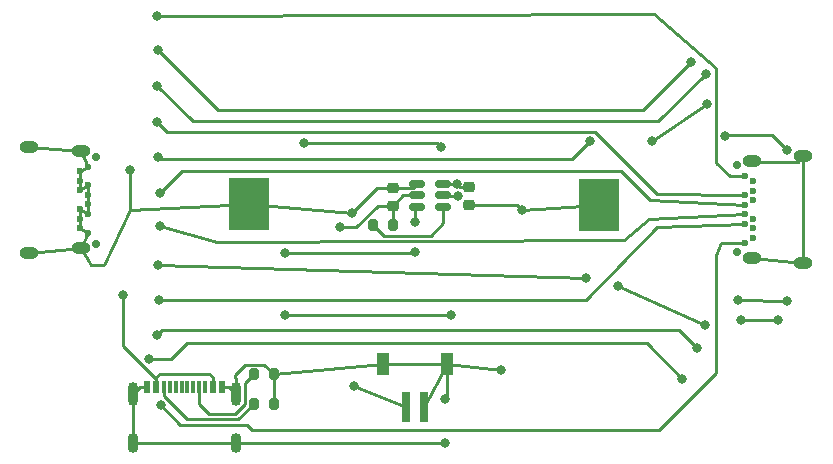
<source format=gbr>
%TF.GenerationSoftware,KiCad,Pcbnew,7.0.10*%
%TF.CreationDate,2024-02-08T12:53:37+00:00*%
%TF.ProjectId,USB-tester,5553422d-7465-4737-9465-722e6b696361,rev?*%
%TF.SameCoordinates,Original*%
%TF.FileFunction,Copper,L2,Bot*%
%TF.FilePolarity,Positive*%
%FSLAX46Y46*%
G04 Gerber Fmt 4.6, Leading zero omitted, Abs format (unit mm)*
G04 Created by KiCad (PCBNEW 7.0.10) date 2024-02-08 12:53:37*
%MOMM*%
%LPD*%
G01*
G04 APERTURE LIST*
G04 Aperture macros list*
%AMRoundRect*
0 Rectangle with rounded corners*
0 $1 Rounding radius*
0 $2 $3 $4 $5 $6 $7 $8 $9 X,Y pos of 4 corners*
0 Add a 4 corners polygon primitive as box body*
4,1,4,$2,$3,$4,$5,$6,$7,$8,$9,$2,$3,0*
0 Add four circle primitives for the rounded corners*
1,1,$1+$1,$2,$3*
1,1,$1+$1,$4,$5*
1,1,$1+$1,$6,$7*
1,1,$1+$1,$8,$9*
0 Add four rect primitives between the rounded corners*
20,1,$1+$1,$2,$3,$4,$5,0*
20,1,$1+$1,$4,$5,$6,$7,0*
20,1,$1+$1,$6,$7,$8,$9,0*
20,1,$1+$1,$8,$9,$2,$3,0*%
G04 Aperture macros list end*
%TA.AperFunction,SMDPad,CuDef*%
%ADD10RoundRect,0.200000X0.200000X0.275000X-0.200000X0.275000X-0.200000X-0.275000X0.200000X-0.275000X0*%
%TD*%
%TA.AperFunction,SMDPad,CuDef*%
%ADD11R,0.600000X1.140000*%
%TD*%
%TA.AperFunction,SMDPad,CuDef*%
%ADD12R,0.300000X1.140000*%
%TD*%
%TA.AperFunction,ComponentPad*%
%ADD13O,0.900000X2.000000*%
%TD*%
%TA.AperFunction,ComponentPad*%
%ADD14O,0.900000X1.700000*%
%TD*%
%TA.AperFunction,ComponentPad*%
%ADD15C,0.700000*%
%TD*%
%TA.AperFunction,ComponentPad*%
%ADD16O,1.600000X1.000000*%
%TD*%
%TA.AperFunction,ComponentPad*%
%ADD17C,0.600000*%
%TD*%
%TA.AperFunction,SMDPad,CuDef*%
%ADD18RoundRect,0.150000X-0.512500X-0.150000X0.512500X-0.150000X0.512500X0.150000X-0.512500X0.150000X0*%
%TD*%
%TA.AperFunction,SMDPad,CuDef*%
%ADD19R,3.500000X4.500000*%
%TD*%
%TA.AperFunction,SMDPad,CuDef*%
%ADD20RoundRect,0.225000X-0.250000X0.225000X-0.250000X-0.225000X0.250000X-0.225000X0.250000X0.225000X0*%
%TD*%
%TA.AperFunction,SMDPad,CuDef*%
%ADD21RoundRect,0.200000X-0.200000X-0.275000X0.200000X-0.275000X0.200000X0.275000X-0.200000X0.275000X0*%
%TD*%
%TA.AperFunction,SMDPad,CuDef*%
%ADD22R,0.700000X2.500000*%
%TD*%
%TA.AperFunction,SMDPad,CuDef*%
%ADD23R,1.100000X1.900000*%
%TD*%
%TA.AperFunction,ViaPad*%
%ADD24C,0.800000*%
%TD*%
%TA.AperFunction,Conductor*%
%ADD25C,0.250000*%
%TD*%
G04 APERTURE END LIST*
D10*
%TO.P,R30,1*%
%TO.N,BAT-*%
X154444200Y-117957600D03*
%TO.P,R30,2*%
%TO.N,Net-(J1-CC2)*%
X152794200Y-117957600D03*
%TD*%
%TO.P,R29,1*%
%TO.N,BAT-*%
X154444200Y-115447600D03*
%TO.P,R29,2*%
%TO.N,Net-(J1-CC1)*%
X152794200Y-115447600D03*
%TD*%
D11*
%TO.P,J1,A1_B12,GND*%
%TO.N,BAT-*%
X150088200Y-116535000D03*
%TO.P,J1,A4_B9,VBUS*%
%TO.N,+5V*%
X149288200Y-116535000D03*
D12*
%TO.P,J1,A5,CC1*%
%TO.N,Net-(J1-CC1)*%
X148138200Y-116535000D03*
%TO.P,J1,A6,DP1*%
%TO.N,unconnected-(J1-DP1-PadA6)*%
X147138200Y-116535000D03*
%TO.P,J1,A7,DN1*%
%TO.N,unconnected-(J1-DN1-PadA7)*%
X146638200Y-116535000D03*
%TO.P,J1,A8,SBU1*%
%TO.N,unconnected-(J1-SBU1-PadA8)*%
X145638200Y-116535000D03*
D11*
%TO.P,J1,B1_A12,GND*%
%TO.N,BAT-*%
X143688200Y-116535000D03*
%TO.P,J1,B4_A9,VBUS*%
%TO.N,+5V*%
X144488200Y-116535000D03*
D12*
%TO.P,J1,B5,CC2*%
%TO.N,Net-(J1-CC2)*%
X145138200Y-116535000D03*
%TO.P,J1,B6,DP2*%
%TO.N,unconnected-(J1-DP2-PadB6)*%
X146138200Y-116535000D03*
%TO.P,J1,B7,DN2*%
%TO.N,unconnected-(J1-DN2-PadB7)*%
X147638200Y-116535000D03*
%TO.P,J1,B8,SBU2*%
%TO.N,unconnected-(J1-SBU2-PadB8)*%
X148638200Y-116535000D03*
D13*
%TO.P,J1,S1,SHIELD*%
%TO.N,BAT-*%
X151213200Y-117115000D03*
%TO.P,J1,S2,SHIELD*%
X142563200Y-117115000D03*
D14*
%TO.P,J1,S3,SHIELD*%
X151213200Y-121285000D03*
%TO.P,J1,S4,SHIELD*%
X142563200Y-121285000D03*
%TD*%
D15*
%TO.P,USB1,*%
%TO.N,*%
X193655400Y-105123800D03*
X193655400Y-97773800D03*
D16*
%TO.P,USB1,1,EP*%
%TO.N,SHELL_A*%
X194905400Y-105653800D03*
%TO.P,USB1,2,EP*%
X199295400Y-106013800D03*
%TO.P,USB1,3,EP*%
X199295400Y-97033800D03*
%TO.P,USB1,4,EP*%
X194905400Y-97393800D03*
D17*
%TO.P,USB1,B1,GND*%
%TO.N,B1_A*%
X194305400Y-98723800D03*
%TO.P,USB1,B2,SSTXp2*%
%TO.N,B2_A*%
X195005400Y-99123800D03*
%TO.P,USB1,B3,SSTXn2*%
%TO.N,B3_A*%
X195005400Y-99923800D03*
%TO.P,USB1,B4,VBUS*%
%TO.N,B4_A*%
X194305400Y-100323800D03*
%TO.P,USB1,B5,CC2*%
%TO.N,B5_A*%
X195005400Y-100723800D03*
%TO.P,USB1,B6,DP2*%
%TO.N,B6_A*%
X194305400Y-101123800D03*
%TO.P,USB1,B7,DN2*%
%TO.N,B7_A*%
X194305400Y-101923800D03*
%TO.P,USB1,B8,SUB2*%
%TO.N,B8_A*%
X195005400Y-102323800D03*
%TO.P,USB1,B9,VBUS*%
%TO.N,B9_A*%
X194305400Y-102723800D03*
%TO.P,USB1,B10,SSRXn1*%
%TO.N,B10_A*%
X195005400Y-103123800D03*
%TO.P,USB1,B11,SSRXp1*%
%TO.N,B11_A*%
X195005400Y-103923800D03*
%TO.P,USB1,B12,GND*%
%TO.N,B12_A*%
X194305400Y-104323800D03*
%TD*%
D15*
%TO.P,USB2,*%
%TO.N,*%
X139389400Y-97085600D03*
X139389400Y-104435600D03*
D16*
%TO.P,USB2,1,EP*%
%TO.N,A10_B*%
X138139400Y-96555600D03*
%TO.P,USB2,2,EP*%
X133749400Y-96195600D03*
%TO.P,USB2,3,EP*%
X133749400Y-105175600D03*
%TO.P,USB2,4,EP*%
X138139400Y-104815600D03*
D17*
%TO.P,USB2,B1,GND*%
X138739400Y-103485600D03*
%TO.P,USB2,B2,SSTXp2*%
X138039400Y-103085600D03*
%TO.P,USB2,B3,SSTXn2*%
X138039400Y-102285600D03*
%TO.P,USB2,B4,VBUS*%
X138739400Y-101885600D03*
%TO.P,USB2,B5,CC2*%
X138039400Y-101485600D03*
%TO.P,USB2,B6,DP2*%
X138739400Y-101085600D03*
%TO.P,USB2,B7,DN2*%
X138739400Y-100285600D03*
%TO.P,USB2,B8,SUB2*%
X138039400Y-99885600D03*
%TO.P,USB2,B9,VBUS*%
X138739400Y-99485600D03*
%TO.P,USB2,B10,SSRXn1*%
X138039400Y-99085600D03*
%TO.P,USB2,B11,SSRXp1*%
X138039400Y-98285600D03*
%TO.P,USB2,B12,GND*%
X138739400Y-97885600D03*
%TD*%
D18*
%TO.P,U1,1,~{CHRG}*%
%TO.N,Net-(D1-K)*%
X166538858Y-101270600D03*
%TO.P,U1,2,GND*%
%TO.N,BAT-*%
X166538858Y-100320600D03*
%TO.P,U1,3,BAT*%
%TO.N,A10_B*%
X166538858Y-99370600D03*
%TO.P,U1,4,VCC*%
%TO.N,+5V*%
X168813858Y-99370600D03*
%TO.P,U1,5,~{STDBY}*%
%TO.N,Net-(D2-K)*%
X168813858Y-100320600D03*
%TO.P,U1,6,PROG*%
%TO.N,Net-(U1-PROG)*%
X168813858Y-101270600D03*
%TD*%
D19*
%TO.P,BT2,1,1*%
%TO.N,A10_B*%
X152357400Y-101047400D03*
%TO.P,BT2,2,2*%
%TO.N,BAT-*%
X181957400Y-101107400D03*
%TD*%
D20*
%TO.P,C2,1*%
%TO.N,+5V*%
X170955200Y-99592800D03*
%TO.P,C2,2*%
%TO.N,BAT-*%
X170955200Y-101142800D03*
%TD*%
D21*
%TO.P,R27,1*%
%TO.N,Net-(U1-PROG)*%
X162852600Y-102844600D03*
%TO.P,R27,2*%
%TO.N,BAT-*%
X164502600Y-102844600D03*
%TD*%
D22*
%TO.P,BAT1,1,1*%
%TO.N,A10_B*%
X165637800Y-118230200D03*
%TO.P,BAT1,2,2*%
%TO.N,BAT-*%
X167137800Y-118230200D03*
D23*
%TO.P,BAT1,S1,SHIELD*%
X163687800Y-114630200D03*
%TO.P,BAT1,S2,SHIELD*%
X169087800Y-114630200D03*
%TD*%
D20*
%TO.P,C1,1*%
%TO.N,A10_B*%
X164503600Y-99682000D03*
%TO.P,C1,2*%
%TO.N,BAT-*%
X164503600Y-101232000D03*
%TD*%
D24*
%TO.N,+5V*%
X157048200Y-95859600D03*
X169976800Y-99339400D03*
X168605200Y-96215200D03*
X141681200Y-108788200D03*
%TO.N,BAT-*%
X168960800Y-117576600D03*
X168986200Y-121310400D03*
%TO.N,A10_B*%
X161239200Y-116459000D03*
X161036000Y-101803200D03*
X142240000Y-98171000D03*
%TO.N,BAT-*%
X173685200Y-115138200D03*
X160045400Y-103022400D03*
X175463100Y-101600000D03*
%TO.N,B1_A*%
X144576800Y-85115400D03*
%TO.N,B2_A*%
X144627600Y-87985600D03*
X189763400Y-89001600D03*
%TO.N,B3_A*%
X144602200Y-91033600D03*
X191008000Y-90017600D03*
%TO.N,B4_A*%
X144602200Y-94132400D03*
%TO.N,B5_A*%
X186486800Y-95732600D03*
X191160400Y-92608400D03*
X197891400Y-96469200D03*
X144653000Y-97078800D03*
X181254400Y-95707200D03*
X192684400Y-95275400D03*
%TO.N,B6_A*%
X144780000Y-100152200D03*
%TO.N,B7_A*%
X144780000Y-102920800D03*
%TO.N,B8_A*%
X183591200Y-108000800D03*
X180924200Y-107315000D03*
X193776600Y-109220000D03*
X190982600Y-111328200D03*
X144678400Y-106197400D03*
X197942200Y-109270800D03*
%TO.N,B9_A*%
X144729200Y-109143800D03*
%TO.N,B10_A*%
X144576800Y-112115600D03*
X190322200Y-113233200D03*
X197129400Y-110845600D03*
X194005200Y-110896400D03*
%TO.N,B11_A*%
X143865600Y-114198400D03*
X189052200Y-115849400D03*
%TO.N,B12_A*%
X144881600Y-118110000D03*
%TO.N,Net-(D1-K)*%
X166446200Y-105105200D03*
X166446200Y-102616000D03*
X155397200Y-105232200D03*
%TO.N,Net-(D2-K)*%
X170082395Y-100364540D03*
X155422600Y-110439200D03*
X169418000Y-110464600D03*
%TD*%
D25*
%TO.N,B12_A*%
X194305400Y-104323800D02*
X192328800Y-104368600D01*
X192328800Y-104368600D02*
X191871600Y-105410000D01*
X191871600Y-115392200D02*
X187071000Y-120192800D01*
X191871600Y-105410000D02*
X191871600Y-115392200D01*
X187071000Y-120192800D02*
X152628600Y-120192800D01*
X152628600Y-120192800D02*
X152196800Y-119761000D01*
X152196800Y-119761000D02*
X146532600Y-119761000D01*
X146532600Y-119761000D02*
X144881600Y-118110000D01*
%TO.N,Net-(J1-CC2)*%
X152794200Y-117957600D02*
X151455200Y-119296600D01*
X151455200Y-119296600D02*
X147093505Y-119296600D01*
X147093505Y-119296600D02*
X145138200Y-117341295D01*
X145138200Y-117341295D02*
X145138200Y-116535000D01*
%TO.N,+5V*%
X170955200Y-99592800D02*
X170230200Y-99592800D01*
X170230200Y-99592800D02*
X169976800Y-99339400D01*
X157048200Y-95859600D02*
X168249600Y-95859600D01*
X168249600Y-95859600D02*
X168605200Y-96215200D01*
X169976800Y-99339400D02*
X168845058Y-99339400D01*
X168845058Y-99339400D02*
X168813858Y-99370600D01*
X141681200Y-113080800D02*
X141681200Y-108788200D01*
X144488200Y-115887800D02*
X141681200Y-113080800D01*
X144488200Y-116535000D02*
X144488200Y-115887800D01*
%TO.N,BAT-*%
X151213200Y-121285000D02*
X168960800Y-121285000D01*
X168960800Y-121285000D02*
X168986200Y-121310400D01*
X168960800Y-117576600D02*
X169087800Y-117449600D01*
X169087800Y-117449600D02*
X169087800Y-114630200D01*
X142563200Y-121285000D02*
X151213200Y-121285000D01*
X142563200Y-117115000D02*
X142563200Y-121285000D01*
X151213200Y-115805596D02*
X151206200Y-115798596D01*
X153644200Y-114647600D02*
X154444200Y-115447600D01*
X151213200Y-117115000D02*
X151213200Y-115805596D01*
X151206200Y-115798596D02*
X151206200Y-115493800D01*
X151206200Y-115493800D02*
X152052400Y-114647600D01*
X152052400Y-114647600D02*
X153644200Y-114647600D01*
X143688200Y-116535000D02*
X143143200Y-116535000D01*
X143143200Y-116535000D02*
X142563200Y-117115000D01*
X150088200Y-116535000D02*
X150633200Y-116535000D01*
X150633200Y-116535000D02*
X151213200Y-117115000D01*
%TO.N,+5V*%
X144488200Y-116535000D02*
X144488200Y-115715000D01*
X144488200Y-115715000D02*
X144785600Y-115417600D01*
X144785600Y-115417600D02*
X148990800Y-115417600D01*
X148990800Y-115417600D02*
X149288200Y-115715000D01*
X149288200Y-115715000D02*
X149288200Y-116535000D01*
%TO.N,B11_A*%
X143865600Y-114198400D02*
X145745200Y-114198400D01*
X147091400Y-112852200D02*
X186055000Y-112852200D01*
X145745200Y-114198400D02*
X147091400Y-112852200D01*
X186055000Y-112852200D02*
X189052200Y-115849400D01*
%TO.N,Net-(J1-CC1)*%
X151988200Y-117986016D02*
X151127616Y-118846600D01*
X151988200Y-116253600D02*
X151988200Y-117986016D01*
X151127616Y-118846600D02*
X148971000Y-118846600D01*
X148138200Y-118013800D02*
X148138200Y-116535000D01*
X152794200Y-115447600D02*
X151988200Y-116253600D01*
X148971000Y-118846600D02*
X148138200Y-118013800D01*
%TO.N,BAT-*%
X154444200Y-115447600D02*
X163687800Y-114630200D01*
X154444200Y-115447600D02*
X154444200Y-117957600D01*
%TO.N,A10_B*%
X165637800Y-118230200D02*
X161239200Y-116459000D01*
X133749400Y-105175600D02*
X138139400Y-104815600D01*
X138139400Y-96555600D02*
X138739400Y-97885600D01*
X138039400Y-101485600D02*
X138039400Y-103085600D01*
X161036000Y-101803200D02*
X152357400Y-101047400D01*
X138039400Y-99885600D02*
X138739400Y-99485600D01*
X138039400Y-103085600D02*
X138739400Y-103485600D01*
X142265400Y-101600000D02*
X140081000Y-106248200D01*
X152357400Y-101047400D02*
X142265400Y-101600000D01*
X142265400Y-101600000D02*
X142240000Y-98171000D01*
X133749400Y-96195600D02*
X138139400Y-96555600D01*
X163157200Y-99682000D02*
X164503600Y-99682000D01*
X166227458Y-99682000D02*
X166538858Y-99370600D01*
X140081000Y-106248200D02*
X138988800Y-106248200D01*
X164503600Y-99682000D02*
X166227458Y-99682000D01*
X138739400Y-103485600D02*
X138139400Y-104815600D01*
X138039400Y-98285600D02*
X138039400Y-99885600D01*
X138739400Y-99485600D02*
X138739400Y-101885600D01*
X138739400Y-97885600D02*
X138039400Y-98285600D01*
X138988800Y-106248200D02*
X138139400Y-104815600D01*
X161036000Y-101803200D02*
X163157200Y-99682000D01*
X138739400Y-101885600D02*
X138039400Y-101485600D01*
%TO.N,SHELL_A*%
X195022200Y-97510600D02*
X198818600Y-97510600D01*
X194905400Y-105653800D02*
X199295400Y-106013800D01*
X199295400Y-97033800D02*
X199295400Y-106013800D01*
X194905400Y-97393800D02*
X195022200Y-97510600D01*
X198818600Y-97510600D02*
X199295400Y-97033800D01*
%TO.N,BAT-*%
X163242196Y-101232000D02*
X161451796Y-103022400D01*
X163687800Y-114630200D02*
X169087800Y-114630200D01*
X164502600Y-102844600D02*
X164502600Y-101233000D01*
X167137800Y-118230200D02*
X169087800Y-114630200D01*
X181957400Y-101107400D02*
X175463100Y-101600000D01*
X164503600Y-101232000D02*
X163242196Y-101232000D01*
X164503600Y-101232000D02*
X165415000Y-100320600D01*
X175005900Y-101142800D02*
X175463100Y-101600000D01*
X164502600Y-101233000D02*
X164503600Y-101232000D01*
X161451796Y-103022400D02*
X160045400Y-103022400D01*
X165415000Y-100320600D02*
X166538858Y-100320600D01*
X170955200Y-101142800D02*
X175005900Y-101142800D01*
X169087800Y-114630200D02*
X173685200Y-115138200D01*
%TO.N,B1_A*%
X194305400Y-98723800D02*
X193059400Y-98723800D01*
X191897000Y-97561400D02*
X191897000Y-89560400D01*
X191897000Y-89560400D02*
X186664600Y-84937600D01*
X193059400Y-98723800D02*
X191897000Y-97561400D01*
X186664600Y-84937600D02*
X144576800Y-85115400D01*
%TO.N,B2_A*%
X149733000Y-93091000D02*
X144627600Y-87985600D01*
X185674000Y-93091000D02*
X149733000Y-93091000D01*
X189763400Y-89001600D02*
X185674000Y-93091000D01*
%TO.N,B3_A*%
X144602200Y-91033600D02*
X147599400Y-94030800D01*
X147599400Y-94030800D02*
X186994800Y-94030800D01*
X186994800Y-94030800D02*
X191008000Y-90017600D01*
%TO.N,B4_A*%
X181686200Y-94945200D02*
X145415000Y-94945200D01*
X145415000Y-94945200D02*
X144602200Y-94132400D01*
X194305400Y-100323800D02*
X186918600Y-100177600D01*
X186918600Y-100177600D02*
X181686200Y-94945200D01*
%TO.N,B5_A*%
X192684400Y-95275400D02*
X192786000Y-95173800D01*
X144653000Y-97078800D02*
X144856200Y-97282000D01*
X179679600Y-97282000D02*
X181254400Y-95707200D01*
X192786000Y-95173800D02*
X196596000Y-95173800D01*
X196596000Y-95173800D02*
X197891400Y-96469200D01*
X144856200Y-97282000D02*
X179679600Y-97282000D01*
X186486800Y-95732600D02*
X191160400Y-92608400D01*
%TO.N,B6_A*%
X183870600Y-98272600D02*
X146659600Y-98272600D01*
X194305400Y-101123800D02*
X186334400Y-100736400D01*
X186334400Y-100736400D02*
X183870600Y-98272600D01*
X146659600Y-98272600D02*
X144780000Y-100152200D01*
%TO.N,B7_A*%
X194305400Y-101923800D02*
X186258200Y-102336600D01*
X184099200Y-104114600D02*
X149631400Y-104241600D01*
X149631400Y-104241600D02*
X144780000Y-102920800D01*
X186258200Y-102336600D02*
X184099200Y-104114600D01*
%TO.N,B8_A*%
X144678400Y-106197400D02*
X180924200Y-107315000D01*
X193776600Y-109220000D02*
X197942200Y-109270800D01*
X183591200Y-108000800D02*
X190982600Y-111328200D01*
%TO.N,B9_A*%
X186893200Y-102971600D02*
X180898800Y-109220000D01*
X194305400Y-102723800D02*
X186893200Y-102971600D01*
X180898800Y-109220000D02*
X144729200Y-109143800D01*
%TO.N,B10_A*%
X194005200Y-110896400D02*
X197129400Y-110845600D01*
X188798200Y-111709200D02*
X190322200Y-113233200D01*
X144983200Y-111709200D02*
X188798200Y-111709200D01*
X144576800Y-112115600D02*
X144983200Y-111709200D01*
%TO.N,Net-(D1-K)*%
X155397200Y-105232200D02*
X166319200Y-105232200D01*
X166446200Y-101363258D02*
X166538858Y-101270600D01*
X166446200Y-102616000D02*
X166446200Y-101363258D01*
X166319200Y-105232200D02*
X166446200Y-105105200D01*
%TO.N,Net-(D2-K)*%
X168857798Y-100364540D02*
X168813858Y-100320600D01*
X155422600Y-110439200D02*
X169392600Y-110439200D01*
X169392600Y-110439200D02*
X169418000Y-110464600D01*
X170082395Y-100364540D02*
X168857798Y-100364540D01*
%TO.N,Net-(U1-PROG)*%
X168813858Y-102635942D02*
X168813858Y-101270600D01*
X163741600Y-103733600D02*
X165371761Y-103733600D01*
X165371761Y-103733600D02*
X167724870Y-103724930D01*
X167724870Y-103724930D02*
X168813858Y-102635942D01*
X162852600Y-102844600D02*
X163741600Y-103733600D01*
%TD*%
M02*

</source>
